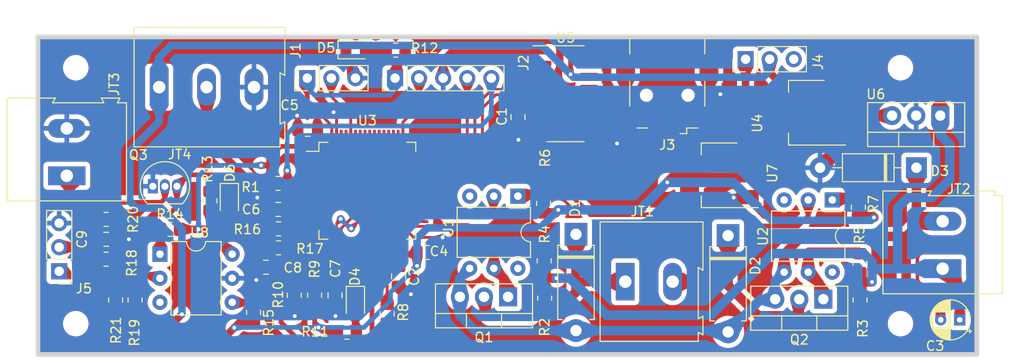
<source format=kicad_pcb>
(kicad_pcb (version 20221018) (generator pcbnew)
  (title_block (title "Custom Engine Control") (date "2023-09-27") (rev "v2") (company "Politeknik "))
  (layers (0 "F.Cu" signal) (31 "B.Cu" signal) (34 "B.Paste" user) (35 "F.Paste" user) (36 "B.SilkS" user "B.Silkscreen") (37 "F.SilkS" user "F.Silkscreen") (38 "B.Mask" user) (39 "F.Mask" user) (44 "Edge.Cuts" user))
  (net 0 "")
  (net 1 "Net-(U5-V3)")
  (net 2 "GND")
  (net 3 "VCAP")
  (net 4 "+12V")
  (net 5 "GNDPWR")
  (net 6 "+3V3")
  (net 7 "IN_TPS")
  (net 8 "Net-(Q3-B)")
  (net 9 "PORT_INJ")
  (net 10 "PORT_IGN")
  (net 11 "LED_CKP")
  (net 12 "Net-(D4-A)")
  (net 13 "Net-(D5-A)")
  (net 14 "Net-(D6-K)")
  (net 15 "Net-(D6-A)")
  (net 16 "BOOT0")
  (net 17 "SWCLK")
  (net 18 "SWDIO")
  (net 19 "NRST")
  (net 20 "VBUS")
  (net 21 "Net-(J3-D-)")
  (net 22 "Net-(J3-D+)")
  (net 24 "+5V")
  (net 26 "Net-(J5-Pin_1)")
  (net 27 "PULSER")
  (net 28 "Net-(JT4-Pin_2)")
  (net 29 "Net-(Q1-G)")
  (net 30 "Net-(Q2-G)")
  (net 31 "Net-(R6-Pad2)")
  (net 32 "Net-(R7-Pad2)")
  (net 33 "BOOT1")
  (net 34 "QFN_VDD")
  (net 35 "QFN_VSS")
  (net 36 "Net-(R14-Pad2)")
  (net 37 "IN_CKP")
  (net 38 "OUT_INJ")
  (net 41 "OUT_IGN")
  (net 70 "TXD")
  (net 71 "RXD")
  (footprint "Package_TO_SOT_THT:TO-220-3_Vertical" (layer "F.Cu") (at 172.2 86.05 180)
    (fp_text reference "U6")
    (fp_text value "L7805")
  )
  (footprint "MountingHole:MountingHole_2.2mm_M2" (layer "F.Cu") (at 168 108)
    (fp_text reference "H4" hide)
    (fp_text value "MountingHole")
  )
  (footprint "Resistor_SMD:R_0805_2012Metric_Pad1.20x1.40mm_HandSolder" (layer "F.Cu") (at 113.85 106.95 -90)
    (fp_text reference "R8")
    (fp_text value "0")
  )
  (footprint "Package_TO_SOT_THT:TO-220-3_Vertical" (layer "F.Cu") (at 126.605 105.17 180)
    (fp_text reference "Q1")
    (fp_text value "IRF540N")
  )
  (footprint "Package_QFP:LQFP-64_10x10mm_P0.5mm" (layer "F.Cu") (at 111.76 93.98)
    (fp_text reference "U3")
    (fp_text value "STM32F051R8Tx")
  )
  (footprint "Resistor_SMD:R_0805_2012Metric_Pad1.20x1.40mm_HandSolder" (layer "F.Cu") (at 163.56 95.72 90)
    (fp_text reference "R7")
    (fp_text value "220")
  )
  (footprint "Resistor_SMD:R_0805_2012Metric_Pad1.20x1.40mm_HandSolder" (layer "F.Cu") (at 106.2 105 -90)
    (fp_text reference "R9")
    (fp_text value "DNP")
  )
  (footprint "TerminalBlock:TerminalBlock_Altech_AK300-2_P5.00mm" (layer "F.Cu") (at 138.965 103.57)
    (fp_text reference "JT1")
    (fp_text value "Conn_01x02_Pin")
  )
  (footprint "Capacitor_SMD:C_0805_2012Metric_Pad1.18x1.45mm_HandSolder" (layer "F.Cu") (at 118.0375 100.5)
    (fp_text reference "C4")
    (fp_text value "100nF")
  )
  (footprint "Capacitor_SMD:C_0805_2012Metric_Pad1.18x1.45mm_HandSolder" (layer "F.Cu") (at 105.4625 87.5 180)
    (fp_text reference "C5")
    (fp_text value "100nF")
  )
  (footprint "Connector_PinHeader_2.54mm:PinHeader_1x05_P2.54mm_Vertical" (layer "F.Cu") (at 114.68 82.1 90)
    (fp_text reference "J2")
    (fp_text value "Conn_01x05_Pin")
  )
  (footprint "TerminalBlock:TerminalBlock_Altech_AK300-2_P5.00mm" (layer "F.Cu") (at 80.05 92.4 90)
    (fp_text reference "JT3")
    (fp_text value "Conn_01x02_Pin")
  )
  (footprint "Package_TO_SOT_THT:TO-92_Inline" (layer "F.Cu") (at 89.13 93.51)
    (fp_text reference "Q3")
    (fp_text value "2N3904")
  )
  (footprint "Package_TO_SOT_SMD:SOT-223-3_TabPin2" (layer "F.Cu") (at 158.1 85.75 180)
    (fp_text reference "U4")
    (fp_text value "AMS1117-5.0")
  )
  (footprint "LED_SMD:LED_0805_2012Metric_Pad1.15x1.40mm_HandSolder" (layer "F.Cu") (at 110.525 79.1)
    (fp_text reference "D5")
    (fp_text value "RED")
  )
  (footprint "TerminalBlock:TerminalBlock_Altech_AK300-2_P5.00mm" (layer "F.Cu") (at 172.45 102.2 90)
    (fp_text reference "JT2")
    (fp_text value "Conn_01x02_Pin")
  )
  (footprint "Package_SO:SOIC-16_3.9x9.9mm_P1.27mm" (layer "F.Cu") (at 132.675 83.745)
    (fp_text reference "U5")
    (fp_text value "CH340C")
  )
  (footprint "Capacitor_SMD:C_0805_2012Metric_Pad1.18x1.45mm_HandSolder" (layer "F.Cu") (at 115.05 103.0125 -90)
    (fp_text reference "C2")
    (fp_text value "4u7")
  )
  (footprint "Connector_PinHeader_2.54mm:PinHeader_1x03_P2.54mm_Vertical" (layer "F.Cu") (at 79.25 102.475 180)
    (fp_text reference "J5")
    (fp_text value "Conn_01x03_Pin")
  )
  (footprint "Diode_THT:D_DO-41_SOD81_P10.16mm_Horizontal" (layer "F.Cu") (at 169.68 91.55 180)
    (fp_text reference "D3")
    (fp_text value "1N4007")
  )
  (footprint "Connector_PinHeader_2.54mm:PinHeader_1x03_P2.54mm_Vertical" (layer "F.Cu") (at 151.66 80.1 90)
    (fp_text reference "J4")
    (fp_text value "Conn_01x03_Pin")
  )
  (footprint "Capacitor_SMD:C_0805_2012Metric_Pad1.18x1.45mm_HandSolder" (layer "F.Cu") (at 101.0625 102.05)
    (fp_text reference "C8")
    (fp_text value "100nF")
  )
  (footprint "Capacitor_THT:CP_Radial_D4.0mm_P2.00mm" (layer "F.Cu") (at 174.25 107.6 180)
    (fp_text reference "C3")
    (fp_text value "100uF")
  )
  (footprint "Diode_THT:D_DO-15_P10.16mm_Horizontal" (layer "F.Cu") (at 133.765 98.57 -90)
    (fp_text reference "D1")
    (fp_text value "D")
  )
  (footprint "Capacitor_SMD:C_0805_2012Metric_Pad1.18x1.45mm_HandSolder" (layer "F.Cu") (at 84.2125 99.1 180)
    (fp_text reference "C9")
    (fp_text value "100nF")
  )
  (footprint "Resistor_SMD:R_0805_2012Metric_Pad1.20x1.40mm_HandSolder" (layer "F.Cu") (at 130.35 95.32 90)
    (fp_text reference "R6")
    (fp_text value "220")
  )
  (footprint "Connector_PinHeader_2.54mm:PinHeader_1x03_P2.54mm_Vertical" (layer "F.Cu") (at 105.42 82.1 90)
    (fp_text reference "J1")
    (fp_text value "Conn_01x03_Pin")
  )
  (footprint "Resistor_SMD:R_0805_2012Metric_Pad1.20x1.40mm_HandSolder" (layer "F.Cu") (at 102.4 98)
    (fp_text reference "R16")
    (fp_text value "1k")
  )
  (footprint "Resistor_SMD:R_0805_2012Metric_Pad1.20x1.40mm_HandSolder" (layer "F.Cu") (at 163.735 105.52 -90)
    (fp_text reference "R3")
    (fp_text value "10K")
  )
  (footprint "Package_DIP:DIP-6_W7.62mm" (layer "F.Cu") (at 89.88 100.67)
    (fp_text reference "U8")
    (fp_text value "H11L1")
  )
  (footprint "Connector_USB:USB_Mini-B_Wuerth_65100516121_Horizontal" (layer "F.Cu") (at 143.4 83.9 180)
    (fp_text reference "J3")
    (fp_text value "USB_B_Mini")
  )
  (footprint "Resistor_SMD:R_0805_2012Metric_Pad1.20x1.40mm_HandSolder" (layer "F.Cu") (at 130.415 101.37 90)
    (fp_text reference "R4")
    (fp_text value "10K")
  )
  (footprint "Resistor_SMD:R_0805_2012Metric_Pad1.20x1.40mm_HandSolder" (layer "F.Cu") (at 84.2 97)
    (fp_text reference "R20")
    (fp_text value "10k")
  )
  (footprint "Resistor_SMD:R_0805_2012Metric_Pad1.20x1.40mm_HandSolder" (layer "F.Cu") (at 130.465 105.32 -90)
    (fp_text reference "R2")
    (fp_text value "10K")
  )
  (footprint "Resistor_SMD:R_0805_2012Metric_Pad1.20x1.40mm_HandSolder" (layer "F.Cu") (at 95.15 95.05 90)
    (fp_text reference "R13")
    (fp_text value "330")
  )
  (footprint "TerminalBlock:TerminalBlock_Altech_AK300-3_P5.00mm" (layer "F.Cu") (at 89.8 83.05)
    (fp_text reference "JT4")
    (fp_text value "Conn_01x03_Pin")
  )
  (footprint "Resistor_SMD:R_0805_2012Metric_Pad1.20x1.40mm_HandSolder" (layer "F.Cu") (at 84.2 101.2 180)
    (fp_text reference "R18")
    (fp_text value "1k")
  )
  (footprint "MountingHole:MountingHole_2.2mm_M2" (layer "F.Cu") (at 81 81)
    (fp_text reference "H2" hide)
    (fp_text value "MountingHole")
  )
  (footprint "Resistor_SMD:R_0805_2012Metric_Pad1.20x1.40mm_HandSolder" (layer "F.Cu") (at 99.75 106.81 90)
    (fp_text reference "R15")
    (fp_text value "10K")
  )
  (footprint "Resistor_SMD:R_0805_2012Metric_Pad1.20x1.40mm_HandSolder" (layer "F.Cu") (at 87.25 105.5 -90)
    (fp_text reference "R19")
    (fp_text value "DNP")
  )
  (footprint "Resistor_SMD:R_0805_2012Metric_Pad1.20x1.40mm_HandSolder" (layer "F.Cu") (at 102.35 93.2 180)
    (fp_text reference "R1")
    (fp_text value "10K")
  )
  (footprint "Resistor_SMD:R_0805_2012Metric_Pad1.20x1.40mm_HandSolder" (layer "F.Cu") (at 163.735 101.62 90)
    (fp_text reference "R5")
    (fp_text value "10K")
  )
  (footprint "Package_TO_SOT_SMD:SOT-223-3_TabPin2" (layer "F.Cu") (at 148.9 92.35 180)
    (fp_text reference "U7")
    (fp_text value "AMS1117-3.3")
  )
  (footprint "Resistor_SMD:R_0805_2012Metric_Pad1.20x1.40mm_HandSolder" (layer "F.Cu") (at 102.4 100)
    (fp_text reference "R17")
    (fp_text value "1k")
  )
  (footprint "Capacitor_SMD:C_0805_2012Metric_Pad1.18x1.45mm_HandSolder" (layer "F.Cu") (at 108.35 105.0125 -90)
    (fp_text reference "C7")
    (fp_text value "100nF")
  )
  (footprint "Capacitor_SMD:C_0805_2012Metric_Pad1.18x1.45mm_HandSolder" (layer "F.Cu") (at 102.3625 95.95 180)
    (fp_text reference "C6")
    (fp_text value "100nF")
  )
  (footprint "Resistor_SMD:R_0805_2012Metric_Pad1.20x1.40mm_HandSolder" (layer "F.Cu") (at 104.05 105 -90)
    (fp_text reference "R10")
    (fp_text value "DNP")
  )
  (footprint "Resistor_SMD:R_0805_2012Metric_Pad1.20x1.40mm_HandSolder" (layer "F.Cu") (at 90.95 98.05 180)
    (fp_text reference "R14")
    (fp_text value "330")
  )
  (footprint "Diode_THT:D_DO-15_P10.16mm_Horizontal" (layer "F.Cu") (at 149.815 98.71 -90)
    (fp_text reference "D2")
    (fp_text value "D")
  )
  (footprint "LED_SMD:LED_0805_2012Metric_Pad1.15x1.40mm_HandSolder" (layer "F.Cu") (at 110.5 105.925 -90)
    (fp_text reference "D4")
    (fp_text value "BLUE")
  )
  (footprint "MountingHole:MountingHole_2.2mm_M2" (layer "F.Cu") (at 168 81)
    (fp_text reference "H3" hide)
    (fp_text value "MountingHole")
  )
  (footprint "LED_SMD:LED_0805_2012Metric_Pad1.15x1.40mm_HandSolder" (layer "F.Cu") (at 97.2 95.075 -90)
    (fp_text reference "D6")
    (fp_text value "GREEN")
  )
  (footprint "Package_DIP:DIP-6_W7.62mm" (layer "F.Cu") (at 160.81 94.95 -90)
    (fp_text reference "U2")
    (fp_text value "4N35")
  )
  (footprint "Resistor_SMD:R_0805_2012Metric_Pad1.20x1.40mm_HandSolder" (layer "F.Cu") (at 114.75 79.15)
    (fp_text reference "R12")
    (fp_text value "330")
  )
  (footprint "Resistor_SMD:R_0805_2012Metric_Pad1.20x1.40mm_HandSolder" (layer "F.Cu") (at 85.2 105.5 -90)
    (fp_text reference "R21")
    (fp_text value "0")
  )
  (footprint "Package_DIP:DIP-6_W7.62mm" (layer "F.Cu") (at 127.64 94.55 -90)
    (fp_text reference "U1")
    (fp_text value "4N35")
  )
  (footprint "Package_TO_SOT_THT:TO-220-3_Vertical" (layer "F.Cu") (at 159.865 105.42 180)
    (fp_text reference "Q2")
    (fp_text value "IRF540N")
  )
  (footprint "Resistor_SMD:R_0805_2012Metric_Pad1.20x1.40mm_HandSolder" (layer "F.Cu") (at 109.6 108.9 180)
    (fp_text reference "R11")
    (fp_text value "330")
  )
  (footprint "Capacitor_SMD:C_0805_2012Metric_Pad1.18x1.45mm_HandSolder" (layer "F.Cu") (at 127.65 86.2125 -90)
    (fp_text reference "C1")
    (fp_text value "100nF")
  )
  (footprint "MountingHole:MountingHole_2.2mm_M2" (layer "F.Cu") (at 81 108)
    (fp_text reference "H1" hide)
    (fp_text value "MountingHole")
  )
  (gr_rect (start 77 77.75) (end 176.05 111.25) (stroke (width 0.5)) (fill none) (layer "Edge.Cuts"))
  (segment (start 128.59 83.11) (end 127.65 84.05) (width 0.5) (layer "F.Cu") (net 1))
  (segment (start 127.65 84.05) (end 127.65 85.175) (width 0.5) (layer "F.Cu") (net 1))
  (segment (start 130.2 83.11) (end 128.59 83.11) (width 0.5) (layer "F.Cu") (net 1))
  (segment (start 139.8 89.8) (end 139 89) (width 0.5) (layer "F.Cu") (net 2))
  (segment (start 108.51 86.01) (end 108.2 85.7) (width 0.3) (layer "F.Cu") (net 2))
  (segment (start 114.75 107.95) (end 113.85 107.95) (width 0.5) (layer "F.Cu") (net 2))
  (segment (start 115.55 107.15) (end 114.75 107.95) (width 0.5) (layer "F.Cu") (net 2))
  (segment (start 119.76 80.04) (end 119.76 82.1) (width 0.5) (layer "F.Cu") (net 2))
  (segment (start 101.325 95.95) (end 101.325 95.875) (width 0.3) (layer "F.Cu") (net 2))
  (segment (start 109.5 79.1) (end 109.5 80.3) (width 0.8) (layer "F.Cu") (net 2))
  (segment (start 110.5 81.3) (end 110.5 82.1) (width 0.8) (layer "F.Cu") (net 2))
  (segment (start 109.5 80.3) (end 110.5 81.3) (width 0.8) (layer "F.Cu") (net 2))
  (segment (start 147.8 83.8) (end 147.8 86.5) (width 1) (layer "F.Cu") (net 2))
  (segment (start 115.01 99.655) (end 115.01 98.778959) (width 0.3) (layer "F.Cu") (net 2))
  (segment (start 100.15 94.7) (end 100.15 94.775) (width 0.5) (layer "F.Cu") (net 2))
  (segment (start 108.51 88.305) (end 108.51 86.66) (width 0.3) (layer "F.Cu") (net 2))
  (segment (start 115.5 104.05) (end 116.35 104.9) (width 0.5) (layer "F.Cu") (net 2))
  (segment (start 118.45 98.9) (end 119.7 98.9) (width 0.3) (layer "F.Cu") (net 2))
  (segment (start 85.25 99.1) (end 86.6 99.1) (width 0.5) (layer "F.Cu") (net 2))
  (segment (start 139 81) (end 139 86.5) (width 1) (layer "F.Cu") (net 2))
  (segment (start 104.425 87.5) (end 104.425 86.125) (width 0.3) (layer "F.Cu") (net 2))
  (segment (start 139 89) (end 139 88.7) (width 0.5) (layer "F.Cu") (net 2))
  (segment (start 108.35 107.15) (end 108.4 107.2) (width 0.5) (layer "F.Cu") (net 2))
  (segment (start 127.65 88.55) (end 127.7 88.6) (width 0.5) (layer "F.Cu") (net 2))
  (segment (start 161.25 88.05) (end 161.25 89.82) (width 1) (layer "F.Cu") (net 2))
  (segment (start 119.075 99.525) (end 119.075 100.5) (width 0.3) (layer "F.Cu") (net 2))
  (segment (start 118.45 98.9) (end 119.075 99.525) (width 0.3) (layer "F.Cu") (net 2))
  (segment (start 130.2 79.3) (end 120.5 79.3) (width 0.5) (layer "F.Cu") (net 2))
  (segment (start 115.05 104.05) (end 115.5 104.05) (width 0.5) (layer "F.Cu") (net 2))
  (segment (start 85.2 99.05) (end 85.25 99.1) (width 0.5) (layer "F.Cu") (net 2))
  (segment (start 100.025 103.375) (end 100.05 103.4) (width 0.5) (layer "F.Cu") (net 2))
  (segment (start 100.025 102.05) (end 100.025 103.375) (width 0.5) (layer "F.Cu") (net 2))
  (segment (start 139 88.7) (end 139 86.5) (width 0.5) (layer "F.Cu") (net 2))
  (segment (start 108.35 106.05) (end 108.35 107.15) (width 0.5) (layer "F.Cu") (net 2))
  (segment (start 115.288959 98.5) (end 116.25 98.5) (width 0.3) (layer "F.Cu") (net 2))
  (segment (start 100.025 102.05) (end 100.025 101.375) (width 0.5) (layer "F.Cu") (net 2))
  (segment (start 116.25 98.5) (end 116.65 98.9) (width 0.3) (layer "F.Cu") (net 2))
  (segment (start 141.8 86.5) (end 141.8 88.9) (width 0.5) (layer "F.Cu") (net 2))
  (segment (start 140.9 89.8) (end 139.8 89.8) (width 0.5) (layer "F.Cu") (net 2))
  (segment (start 127.65 87.25) (end 127.65 88.55) (width 0.5) (layer "F.Cu") (net 2))
  (segment (start 139 88.7) (end 138.4 88.7) (width 0.5) (layer "F.Cu") (net 2))
  (segment (start 108.51 88.305) (end 108.51 94.74) (width 0.3) (layer "F.Cu") (net 2))
  (segment (start 116.65 98.9) (end 118.45 98.9) (width 0.3) (layer "F.Cu") (net 2))
  (segment (start 115.55 104.55) (end 115.55 107.15) (width 0.5) (layer "F.Cu") (net 2))
  (segment (start 104.425 86.125) (end 104.35 86.05) (width 0.3) (layer "F.Cu") (net 2))
  (segment (start 138.4 88.7) (end 138.1 89) (width 0.5) (layer "F.Cu") (net 2))
  (segment (start 100.025 101.375) (end 101.4 100) (width 0.5) (layer "F.Cu") (net 2))
  (segment (start 108.51 94.74) (end 107.52 95.73) (width 0.3) (layer "F.Cu") (net 2))
  (segment (start 141.8 88.9) (end 140.9 89.8) (width 0.5) (layer "F.Cu") (net 2))
  (segment (start 150.45 94.65) (end 150.4 94.7) (width 0.5) (layer "F.Cu") (net 2))
  (segment (start 147.8 83.8) (end 149 83.8) (width 0.8) (layer "F.Cu") (net 2))
  (segment (start 115.01 98.778959) (end 115.288959 98.5) (width 0.3) (layer "F.Cu") (net 2))
  (segment (start 104.05 106) (end 104.05 107.15) (width 0.5) (layer "F.Cu") (net 2))
  (segment (start 107.52 95.73) (end 106.085 95.73) (width 0.3) (layer "F.Cu") (net 2))
  (segment (start 152.05 94.65) (end 150.45 94.65) (width 0.5) (layer "F.Cu") (net 2))
  (segment (start 104.05 107.15) (end 104.1 107.2) (width 0.5) (layer "F.Cu") (net 2))
  (segment (start 147.8 81) (end 147.8 83.8) (width 1) (layer "F.Cu") (net 2))
  (segment (start 120.5 79.3) (end 119.76 80.04) (width 0.5) (layer "F.Cu") (net 2))
  (segment (start 85.2 97) (end 85.2 99.05) (width 0.5) (layer "F.Cu") (net 2))
  (segment (start 161.25 89.82) (end 159.52 91.55) (width 1) (layer "F.Cu") (net 2))
  (segment (start 115.05 104.05) (end 115.55 104.55) (width 0.5) (layer "F.Cu") (net 2))
  (segment (start 108.51 86.66) (end 108.51 86.01) (width 0.3) (layer "F.Cu") (net 2))
  (segment (start 100.15 94.775) (end 101.325 95.95) (width 0.5) (layer "F.Cu") (net 2))
  (via (at 119.7 98.9) (size 0.8) (drill 0.4) (layers "F.Cu" "B.Cu") (net 2))
  (via (at 127.7 88.6) (size 0.8) (drill 0.4) (layers "F.Cu" "B.Cu") (net 2))
  (via (at 138.1 89) (size 0.8) (drill 0.4) (layers "F.Cu" "B.Cu") (net 2))
  (via (at 149 83.8) (size 0.8) (drill 0.4) (layers "F.Cu" "B.Cu") (net 2))
  (via (at 104.35 86.05) (size 0.8) (drill 0.4) (layers "F.Cu" "B.Cu") (net 2))
  (via (at 100.05 103.4) (size 0.8) (drill 0.4) (layers "F.Cu" "B.Cu") (net 2))
  (via (at 100.15 94.7) (size 0.8) (drill 0.4) (layers "F.Cu" "B.Cu") (net 2))
  (via (at 116.35 104.9) (size 0.8) (drill 0.4) (layers "F.Cu" "B.Cu") (net 2))
  (via (at 150.4 94.7) (size 0.8) (drill 0.4) (layers "F.Cu" "B.Cu") (net 2))
  (via (at 108.2 85.7) (size 0.8) (drill 0.4) (layers "F.Cu" "B.Cu") (net 2))
  (via (at 104.1 107.2) (size 0.8) (drill 0.4) (layers "F.Cu" "B.Cu") (net 2))
  (via (at 108.4 107.2) (size 0.8) (drill 0.4) (layers "F.Cu" "B.Cu") (net 2))
  (via (at 86.6 99.1) (size 0.8) (drill 0.4) (layers "F.Cu" "B.Cu") (net 2))
  (segment (start 114.51 101.435) (end 115.05 101.975) (width 0.3) (layer "F.Cu") (net 3))
  (segment (start 114.51 99.655) (end 114.51 101.435) (width 0.3) (layer "F.Cu") (net 3))
  (segment (start 130.415 103.2) (end 131.7 103.2) (width 1) (layer "F.Cu") (net 4))
  (segment (start 163.735 103.6) (end 163.735 104.52) (width 1) (layer "F.Cu") (net 4))
  (segment (start 130.415 104.27) (end 130.465 104.32) (width 1) (layer "F.Cu") (net 4))
  (segment (start 171.7 83.9) (end 172.2 84.4) (width 1) (layer "F.Cu") (net 4))
  (segment (start 172.2 84.4) (end 172.2 86.05) (width 1) (layer "F.Cu") (net 4))
  (segment (start 174.25 107.6) (end 174.25 104) (width 1) (layer "F.Cu") (net 4))
  (segment (start 161.25 83.45) (end 164.25 83.45) (width 1) (layer "F.Cu") (net 4))
  (segment (start 164.7 83.9) (end 171.7 83.9) (width 1) (layer "F.Cu") (net 4))
  (segment (start 164.25 83.45) (end 164.7 83.9) (width 1) (layer "F.Cu") (net 4))
  (segment (start 163.735 103.6) (end 165 103.6) (width 1) (layer "F.Cu") (net 4))
  (segment (start 130.415 103.2) (end 130.415 104.27) (width 1) (layer "F.Cu") (net 4))
  (segment (start 130.415 102.37) (end 130.415 103.2) (width 1) (layer "F.Cu") (net 4))
  (segment (start 174.25 104) (end 172.45 102.2) (width 1) (layer "F.Cu") (net 4))
  (segment (start 163.735 102.62) (end 163.735 103.6) (width 1) (layer "F.Cu") (net 4))
  (via (at 131.7 103.2) (size 0.8) (drill 0.4) (layers "F.Cu" "B.Cu") (net 4))
  (via (at 165 103.6) (size 0.8) (drill 0.4) (layers "F.Cu" "B.Cu") (net 4))
  (segment (start 137 107.1) (end 148 107.1) (width 1) (layer "B.Cu") (net 4))
  (segment (start 164.1 100.6) (end 165 101.5) (width 1) (layer "B.Cu") (net 4))
  (segment (start 148 107.1) (end 154.5 100.6) (width 1) (layer "B.Cu") (net 4))
  (segment (start 167.7 95.8) (end 167.7 102.2) (width 1) (layer "B.Cu") (net 4))
  (segment (start 165 102.3) (end 165 103.6) (width 1) (layer "B.Cu") (net 4))
  (segment (start 171.3 94.7) (end 168.8 94.7) (width 1) (layer "B.Cu") (net 4))
  (segment (start 173.2 92.8) (end 171.3 94.7) (width 1) (layer "B.Cu") (net 4))
  (segment (start 131.7 103.2) (end 133.1 103.2) (width 1) (layer "B.Cu") (net 4))
  (segment (start 172.2 88.1) (end 173.2 89.1) (width 1) (layer "B.Cu") (net 4))
  (segment (start 133.1 103.2) (end 137 107.1) (width 1) (layer "B.Cu") (net 4))
  (segment (start 172.45 102.2) (end 167.7 102.2) (width 1) (layer "B.Cu") (net 4))
  (segment (start 165.1 102.2) (end 165 102.3) (width 1) (layer "B.Cu") (net 4))
  (segment (start 168.8 94.7) (end 167.7 95.8) (width 1) (layer "B.Cu") (net 4))
  (segment (start 173.2 89.1) (end 173.2 92.8) (width 1) (layer "B.Cu") (net 4))
  (segment (start 167.7 102.2) (end 165.1 102.2) (width 1) (layer "B.Cu") (net 4))
  (segment (start 172.2 86.05) (end 172.2 88.1) (width 1) (layer "B.Cu") (net 4))
  (segment (start 165 101.5) (end 165 102.3) (width 1) (layer "B.Cu") (net 4))
  (segment (start 154.5 100.6) (end 164.1 100.6) (width 1) (layer "B.Cu") (net 4))
  (segment (start 169.5 104.9) (end 168.6 104) (width 1) (layer "F.Cu") (net 5))
  (segment (start 168.6 104) (end 168.6 98.8) (width 1) (layer "F.Cu") (net 5))
  (segment (start 155.73 102.57) (end 155.73 100.67) (width 1) (layer "F.Cu") (net 5))
  (segment (start 172.25 107.6) (end 172.25 106.65) (width 1) (layer "F.Cu") (net 5))
  (segment (start 155.73 100.67) (end 157.6 98.8) (width 1) (layer "F.Cu") (net 5))
  (segment (start 170.2 97.2) (end 172.45 97.2) (width 1) (layer "F.Cu") (net 5))
  (segment (start 172.25 106.65) (end 170.5 104.9) (width 1) (layer "F.Cu") (net 5))
  (segment (start 168.6 98.8) (end 170.2 97.2) (width 1) (layer "F.Cu") (net 5))
  (segment (start 157.6 98.8) (end 168.6 98.8) (width 1) (layer "F.Cu") (net 5))
  (segment (start 170.4 97.2) (end 172.45 97.2) (width 1) (layer "F.Cu") (net 5))
  (segment (start 169.68 96.48) (end 170.4 97.2) (width 1) (layer "F.Cu") (net 5))
  (segment (start 170.5 104.9) (end 169.5 104.9) (width 1) (layer "F.Cu") (net 5))
  (segment (start 169.68 91.55) (end 169.68 96.48) (width 1) (layer "F.Cu") (net 5))
  (segment (start 121.525 105.17) (end 121.525 103.205) (width 1) (layer "B.Cu") (net 5))
  (segment (start 154.785 105.42) (end 153.265 105.42) (width 1) (layer "B.Cu") (net 5))
  (segment (start 149.675 108.73) (end 149.815 108.87) (width 1) (layer "B.Cu") (net 5))
  (segment (start 121.525 105.17) (end 121.525 107.13) (width 1) (layer "B.Cu") (net 5))
  (segment (start 153.265 105.42) (end 149.815 108.87) (width 1) (layer "B.Cu") (net 5))
  (segment (start 121.525 103.205) (end 122.56 102.17) (width 1) (layer "B.Cu") (net 5))
  (segment (start 123.125 108.73) (end 133.765 108.73) (width 1) (layer "B.Cu") (net 5))
  (segment (start 133.765 108.73) (end 149.675 108.73) (width 1) (layer "B.Cu") (net 5))
  (segment (start 154.785 105.42) (end 154.785 103.515) (width 1) (layer "B.Cu") (net 5))
  (segment (start 121.525 107.13) (end 123.125 108.73) (width 1) (layer "B.Cu") (net 5))
  (segment (start 154.785 103.515) (end 155.73 102.57) (width 1) (layer "B.Cu") (net 5))
  (segment (start 105.8 89.3) (end 106.5 88.6) (width 0.5) (layer "F.Cu") (net 6))
  (segment (start 85.2 108.8) (end 86.05 109.65) (width 0.8) (layer "F.Cu") (net 6))
  (segment (start 95.15 98.32) (end 97.5 100.67) (width 0.8) (layer "F.Cu") (net 6))
  (segment (start 163.56 96.72) (end 165.12 96.72) (width 1) (layer "F.Cu") (net 6))
  (segment (start 115.85 100.75) (end 116.75 100.75) (width 0.3) (layer "F.Cu") (net 6))
  (segment (start 107.57 90.23) (end 108 89.8) (width 0.3) (layer "F.Cu") (net 6))
  (segment (start 95.15 96.05) (end 95.15 98.32) (width 0.8) (layer "F.Cu") (net 6))
  (segment (start 106.085 96.23) (end 103.68 96.23) (width 0.3) (layer "F.Cu") (net 6))
  (segment (start 116.75 100.75) (end 117 100.5) (width 0.3) (layer "F.Cu") (net 6))
  (segment (start 106.085 90.23) (end 107.57 90.23) (width 0.3) (layer "F.Cu") (net 6))
  (segment (start 152.5 92.5) (end 146.2 92.5) (width 0.8) (layer "F.Cu") (net 6))
  (segment (start 101.35 91.3) (end 100.55 91.3) (width 0.5) (layer "F.Cu") (net 6))
  (segment (start 91.95 98.05) (end 93.95 98.05) (width 0.8) (layer "F.Cu") (net 6))
  (segment (start 115.51 99.655) (end 115.51 100.41) (width 0.3) (layer "F.Cu") (net 6))
  (segment (start 130.35 96.32) (end 131.58 96.32) (width 1) (layer "F.Cu") (net 6))
  (segment (start 117 100.5) (end 117 101.9) (width 0.8) (layer "F.Cu") (net 6))
  (segment (start 101.35 91.3) (end 101.35 90.55) (width 0.5) (layer "F.Cu") (net 6))
  (segment (start 101.35 93.2) (end 101.35 91.3) (width 0.5) (layer "F.Cu") (net 6))
  (segment (start 105.42 82.1) (end 105.42 84.52) (width 0.5) (layer "F.Cu") (net 6))
  (segment (start 131.58 96.32) (end 131.9 96) (width 1) (layer "F.Cu") (net 6))
  (segment (start 106.2 108) (end 106.6 108.4) (width 0.5) (layer "F.Cu") (net 6))
  (segment (start 106.2 106) (end 106.325 106) (width 0.5) (layer "F.Cu") (net 6))
  (segment (start 108.01 88.305) (end 108.01 87.11) (width 0.3) (layer "F.Cu") (net 6))
  (segment (start 106.5 88.6) (end 106.5 87.5) (width 0.5) (layer "F.Cu") (net 6))
  (segment (start 108 88.315) (end 108.01 88.305) (width 0.3) (layer "F.Cu") (net 6))
  (segment (start 108.01 87.11) (end 106.15 85.25) (width 0.3) (layer "F.Cu") (net 6))
  (segment (start 108 89.8) (end 108 88.315) (width 0.3) (layer "F.Cu") (net 6))
  (segment (start 93.95 98.05) (end 94.88 98.05) (width 0.8) (layer "F.Cu") (net 6))
  (segment (start 106.15 85.25) (end 106.45 85.55) (width 0.5) (layer "F.Cu") (net 6))
  (segment (start 106.45 85.55) (end 106.45 87.45) (width 0.5) (layer "F.Cu") (net 6))
  (segment (start 94.85 109.65) (end 96.5 109.65) (width 0.8) (layer "F.Cu") (net 6))
  (segment (start 115.75 79.95) (end 114.68 81.02) (width 0.8) (layer "F.Cu") (net 6))
  (segment (start 106.6 108.4) (end 107 108.8) (width 0.5) (layer "F.Cu") (net 6))
  (segment (start 86.05 109.65) (end 94.85 109.65) (width 0.8) (layer "F.Cu") (net 6))
  (segment (start 106.45 87.45) (end 106.5 87.5) (width 0.5) (layer "F.Cu") (net 6))
  (segment (start 103.68 96.23) (end 103.4 95.95) (width 0.3) (layer "F.Cu") (net 6))
  (segment (start 115.75 79.15) (end 115.75 79.95) (width 0.8) (layer "F.Cu") (net 6))
  (segment (start 165.12 96.72) (end 165.2 96.8) (width 1) (layer "F.Cu") (net 6))
  (segment (start 94.88 98.05) (end 95.15 98.32) (width 0.8) (layer "F.Cu") (net 6))
  (segment (start 101.35 93.9) (end 103.4 95.95) (width 0.5) (layer "F.Cu") (net 6))
  (segment (start 107 108.8) (end 108.5 108.8) (width 0.5) (layer "F.Cu") (net 6))
  (segment (start 105.42 84.52) (end 106.15 85.25) (width 0.5) (layer "F.Cu") (net 6))
  (segment (start 94.88 109.62) (end 94.85 109.65) (width 0.8) (layer "F.Cu") (net 6))
  (segment (start 106.2 106) (end 106.2 108) (width 0.5) (layer "F.Cu") (net 6))
  (segment (start 108.5 108.8) (end 108.6 108.9) (width 0.5) (layer "F.Cu") (net 6))
  (segment (start 114.68 81.02) (end 114.68 82.1) (width 0.8) (layer "F.Cu") (net 6))
  (segment (start 96.5 109.65) (end 97.725 108.425) (width 0.8) (layer "F.Cu") (net 6))
  (segment (start 115.51 100.41) (end 115.85 100.75) (width 0.3) (layer "F.Cu") (net 6))
  (segment (start 101.35 90.55) (end 102.6 89.3) (width 0.5) (layer "F.Cu") (net 6))
  (segment (start 97.725 108.425) (end 98.34 107.81) (width 0.8) (layer "F.Cu") (net 6))
  (segment (start 85.2 106.5) (end 85.2 108.8) (width 0.8) (layer "F.Cu") (net 6))
  (segment (start 101.35 93.2) (end 101.35 93.9) (width 0.5) (layer "F.Cu") (net 6))
  (segment (start 144.15 92.35) (end 143.4 93.1) (width 1) (layer "F.Cu") (net 6))
  (segment (start 145.75 92.35) (end 144.15 92.35) (width 1) (layer "F.Cu") (net 6))
  (segment (start 102.6 89.3) (end 105.8 89.3) (width 0.5) (layer "F.Cu") (net 6))
  (segment (start 106.325 106) (end 108.35 103.975) (width 0.5) (layer "F.Cu") (net 6))
  (segment (start 98.34 107.81) (end 99.75 107.81) (width 0.8) (layer "F.Cu") (net 6))
  (segment (start 94.88 98.05) (end 94.88 109.62) (width 0.8) (layer "F.Cu") (net 6))
  (via (at 143.4 93.1) (size 0.8) (drill 0.4) (layers "F.Cu" "B.Cu") (net 6))
  (via (at 106.6 108.4) (size 0.8) (drill 0.4) (layers "F.Cu" "B.Cu") (net 6))
  (via (at 93.95 98.05) (size 0.8) (drill 0.4) (layers "F.Cu" "B.Cu") (net 6))
  (via (at 97.725 108.425) (size 0.8) (drill 0.4) (layers "F.Cu" "B.Cu") (net 6))
  (via (at 117 101.9) (size 0.8) (drill 0.4) (layers "F.Cu" "B.Cu") (net 6))
  (via (at 131.9 96) (size 0.8) (drill 0.4) (layers "F.Cu" "B.Cu") (net 6))
  (via (at 165.2 96.8) (size 0.8) (drill 0.4) (layers "F.Cu" "B.Cu") (net 6))
  (via (at 100.55 91.3) (size 0.8) (drill 0.4) (layers "F.Cu" "B.Cu") (net 6))
  (segment (start 117 99) (end 118.1 97.9) (width 0.8) (layer "B.Cu") (net 6))
  (segment (start 154.4 97.1) (end 152.9 95.6) (width 0.8) (layer "B.Cu") (net 6))
  (segment (start 106.6 108.4) (end 111.4 108.4) (width 0.5) (layer "B.Cu") (net 6))
  (segment (start 114.68 82.1) (end 114.68 83.32) (width 0.5) (layer "B.Cu") (net 6))
  (segment (start 143.4 93.1) (end 150.355635 93.1) (width 1) (layer "B.Cu") (net 6))
  (segment (start 106.6 108.4) (end 97.75 108.4) (width 0.5) (layer "B.Cu") (net 6))
  (segment (start 100.55 91.3) (end 95.1 91.3) (width 0.5) (layer "B.Cu") (net 6))
  (segment (start 150.355635 93.1) (end 152.855635 95.6) (width 1) (layer "B.Cu") (net 6))
  (segment (start 165.2 96.8) (end 164.9 97.1) (width 0.8) (layer "B.Cu") (net 6))
  (segment (start 93.95 92.45) (end 93.95 98.05) (width 0.5) (layer "B.Cu") (net 6))
  (segment (start 114.2 104.7) (end 117 101.9) (width 0.5) (layer "B.Cu") (net 6))
  (segment (start 114.1 83.9) (end 106.2 83.9) (width 0.5) (layer "B.Cu") (net 6))
  (segment (start 164.9 97.1) (end 154.4 97.1) (width 0.8) (layer "B.Cu") (net 6))
  (segment (start 131.9 96) (end 140.5 96) (width 1) (layer "B.Cu") (net 6))
  (segment (start 111.4 108.4) (end 114.2 105.6) (width 0.5) (layer "B.Cu") (net 6))
  (segment (start 106.2 83.9) (end 105.42 83.12) (width 0.5) (layer "B.Cu") (net 6))
  (segment (start 97.75 108.4) (end 97.725 108.425) (width 0.5) (layer "B.Cu") (net 6))
  (segment (start 114.2 105.6) (end 114.2 104.7) (width 0.5) (layer "B.Cu") (net 6))
  (segment (start 114.68 83.32) (end 114.1 83.9) (width 0.5) (layer "B.Cu") (net 6))
  (segment (start 140.5 96) (end 143.4 93.1) (width 1) (layer "B.Cu") (net 6))
  (segment (start 130 97.9) (end 131.9 96) (width 0.8) (layer "B.Cu") (net 6))
  (segment (start 118.1 97.9) (end 130 97.9) (width 0.8) (layer "B.Cu") (net 6))
  (segment (start 117 101.9) (end 117 99) (width 0.8) (layer "B.Cu") (net 6))
  (segment (start 152.855635 95.6) (end 152.9 95.6) (width 1) (layer "B.Cu") (net 6))
  (segment (start 105.42 83.12) (end 105.42 82.1) (width 0.5) (layer "B.Cu") (net 6))
  (segment (start 95.1 91.3) (end 93.95 92.45) (width 0.5) (layer "B.Cu") (net 6))
  (segment (start 106.085 97.23) (end 104.67 97.23) (width 0.3) (layer "F.Cu") (net 7))
  (segment (start 103.9 98) (end 103.4 98) (width 0.3) (layer "F.Cu") (net 7))
  (segment (start 103.4 101.55) (end 102.9 102.05) (width 0.5) (layer "F.Cu") (net 7))
  (segment (start 103.4 100) (end 103.4 101.55) (width 0.5) (layer "F.Cu") (net 7))
  (segment (start 104.67 97.23) (end 103.9 98) (width 0.3) (layer "F.Cu") (net 7))
  (segment (start 103.4 98) (end 103.4 100) (width 0.5) (layer "F.Cu") (net 7))
  (segment (start 102.9 102.05) (end 102.1 102.05) (width 0.5) (layer "F.Cu") (net 7))
  (segment (start 83.2 97) (end 83.2 99.075) (width 0.5) (layer "F.Cu") (net 8))
  (segment (start 83.2 97) (end 83.2 96.35) (width 0.5) (layer "F.Cu") (net 8))
  (segment (start 83.2 99.125) (end 83.175 99.1) (width 0.5) (layer "F.Cu") (net 8))
  (segment (start 83.2 99.075) (end 83.175 99.1) (width 0.5) (layer "F.Cu") (net 8))
  (segment (start 84.35 95.2) (end 90 95.2) (width 0.5) (layer "F.Cu") (net 8))
  (segment (start 90.4 94.8) (end 90.4 93.51) (width 0.5) (layer "F.Cu") (net 8))
  (segment (start 90 95.2) (end 90.4 94.8) (width 0.5) (layer "F.Cu") (net 8))
  (segment (start 83.2 101.2) (end 83.2 99.125) (width 0.5) (layer "F.Cu") (net 8))
  (segment (start 83.2 96.35) (end 84.35 95.2) (width 0.5) (layer "F.Cu") (net 8))
  (segment (start 124.665 107.22) (end 128.915 107.22) (width 1) (layer "F.Cu") (net 9))
  (segment (start 133.765 103.92) (end 133.765 98.57) (width 1) (layer "F.Cu") (net 9))
  (segment (start 138.965 103.57) (end 134.115 103.57) (width 1) (layer "F.Cu") (net 9))
  (segment (start 133.765 104.67) (end 133.765 103.92) (width 1) (layer "F.Cu") (net 9))
  (segment (start 134.115 103.57) (end 133.765 103.92) (width 1) (layer "F.Cu") (net 9))
  (segment (start 129.815 106.32) (end 130.465 106.32) (width 1) (layer "F.Cu") (net 9))
  (segment (start 124.065 105.17) (end 124.065 106.62) (width 1) (layer "F.Cu") (net 9))
  (segment (start 128.915 107.22) (end 129.815 106.32) (width 1) (layer "F.Cu") (net 9))
  (segment (start 132.115 106.32) (end 133.765 104.67) (width 1) (layer "F.Cu") (net 9))
  (segment (start 124.065 106.62) (end 124.665 107.22) (width 1) (layer "F.Cu") (net 9))
  (segment (start 130.465 106.32) (end 132.115 106.32) (width 1) (layer "F.Cu") (net 9))
  (segment (start 157.325 107.325) (end 157.325 105.42) (width 1) (layer "F.Cu") (net 10))
  (segment (start 149.415 103.57) (end 149.815 103.97) (width 1) (layer "F.Cu") (net 10))
  (segment (start 149.815 103.97) (end 153.015 107.17) (width 1) (layer "F.Cu") (net 10))
  (segment (start 157.42 107.42) (end 157.325 107.325) (width 1) (layer "F.Cu") (net 10))
  (segment (start 153.015 107.17) (end 157.17 107.17) (width 1) (layer "F.Cu") (net 10))
  (segment (start 143.965 103.57) (end 149.415 103.57) (width 1) (layer "F.Cu") (net 10))
  (segment (start 162.835 107.42) (end 157.42 107.42) (width 1) (layer "F.Cu") (net 10))
  (segment (start 157.17 107.17) (end 157.325 107.325) (width 1) (layer "F.Cu") (net 10))
  (segment (start 163.735 106.52) (end 162.835 107.42) (width 1) (layer "F.Cu") (net 10))
  (segment (start 149.815 98.71) (end 149.815 103.97) (width 1) (layer "F.Cu") (net 10))
  (segment (start 110.5 103.3) (end 110.5 104.9) (width 0.3) (layer "F.Cu") (net 11))
  (segment (start 110.01 99.655) (end 110.01 102.81) (width 0.3) (layer "F.Cu") (net 11))
  (segment (start 110.01 102.81) (end 110.5 103.3) (width 0.3) (layer "F.Cu") (net 11))
  (segment (start 110.5 106.95) (end 110.5 108.8) (width 0.5) (layer "F.Cu") (net 12))
  (segment (start 110.5 108.8) (end 110.6 108.9) (width 0.5) (layer "F.Cu") (net 12))
  (segment (start 111.55 79.1) (end 113.7 79.1) (width 0.8) (layer "F.Cu") (net 13))
  (segment (start 113.7 79.1) (end 113.75 79.15) (width 0.8) (layer "F.Cu") (net 13))
  (segment (start 96.7 92.3) (end 97.15 92.75) (width 0.5) (layer "F.Cu") (net 14))
  (segment (start 88.05 97.5) (end 88.05 102.35) (width 0.5) (layer "F.Cu") (net 14))
  (segment (start 91.67 93.51) (end 91.67 95.63) (width 0.5) (layer "F.Cu") (net 14))
  (segment (start 97.15 94) (end 97.2 94.05) (width 0.5) (layer "F.Cu") (net 14))
  (segment (start 89.1 96.45) (end 88.05 97.5) (width 0.5) (layer "F.Cu") (net 14))
  (segment (start 88.05 102.35) (end 88.91 103.21) (width 0.5) (layer "F.Cu") (net 14))
  (segment (start 91.67 95.63) (end 90.85 96.45) (width 0.5) (layer "F.Cu") (net 14))
  (segment (start 91.67 93.51) (end 91.67 93.48) (width 0.5) (layer "F.Cu") (net 14))
  (segment (start 88.91 103.21) (end 89.88 103.21) (width 0.5) (layer "F.Cu") (net 14))
  (segment (start 91.67 93.48) (end 92.85 92.3) (width 0.5) (layer "F.Cu") (net 14))
  (segment (start 90.85 96.45) (end 89.1 96.45) (width 0.5) (layer "F.Cu") (net 14))
  (segment (start 92.85 92.3) (end 96.7 92.3) (width 0.5) (layer "F.Cu") (net 14))
  (segment (start 97.15 92.75) (end 97.15 94) (width 0.5) (layer "F.Cu") (net 14))
  (segment (start 97.2 96.1) (end 95.15 94.05) (width 0.5) (layer "F.Cu") (net 15))
  (segment (start 107.96 84.06) (end 107.96 82.1) (width 0.3) (layer "F.Cu") (net 16))
  (segment (start 110.01 88.305) (end 110.01 86.11) (width 0.3) (layer "F.Cu") (net 16))
  (segment (start 110.01 86.11) (end 107.96 84.06) (width 0.3) (layer "F.Cu") (net 16))
  (segment (start 115.51 86.74) (end 117.22 85.03) (width 0.3) (layer "F.Cu") (net 17))
  (segment (start 115.51 88.305) (end 115.51 86.74) (width 0.3) (layer "F.Cu") (net 17))
  (segment (start 117.22 85.03) (end 117.22 82.1) (width 0.3) (layer "F.Cu") (net 17))
  (segment (start 122.3 89.8) (end 122.3 82.1) (width 0.3) (layer "F.Cu") (net 18))
  (segment (start 117.435 91.23) (end 120.87 91.23) (width 0.3) (layer "F.Cu") (net 18))
  (segment (start 120.87 91.23) (end 122.3 89.8) (width 0.3) (layer "F.Cu") (net 18))
  (segment (start 106.085 93.23) (end 103.38 93.23) (width 0.3) (layer "F.Cu") (net 19))
  (segment (start 103.38 93.23) (end 103.35 93.2) (width 0.3) (layer "F.Cu") (net 19))
  (segment (start 103.35 93.2) (end 103.35 91.9) (width 0.5) (layer "F.Cu") (net 19))
  (segment (start 103.35 91.9) (end 103.3 91.85) (width 0.5) (layer "F.Cu") (net 19))
  (via (at 103.3 91.85) (size 0.8) (drill 0.4) (layers "F.Cu" "B.Cu") (net 19))
  (segment (start 103.3 91.85) (end 103.3 88) (width 0.5) (layer "B.Cu") (net 19))
  (segment (start 104.15 87.15) (end 123.75 87.15) (width 0.5) (layer "B.Cu") (net 19))
  (segment (start 123.75 87.15) (end 124.84 86.06) (width 0.5) (layer "B.Cu") (net 19))
  (segment (start 103.3 88) (end 104.15 87.15) (width 0.5) (layer "B.Cu") (net 19))
  (segment (start 124.84 86.06) (end 124.84 82.1) (width 0.5) (layer "B.Cu") (net 19))
  (segment (start 145 88.8) (end 145.6 89.4) (width 0.5) (layer "F.Cu") (net 20))
  (segment (start 150.4 89) (end 150.4 87.3) (width 0.5) (layer "F.Cu") (net 20))
  (segment (start 145 86.5) (end 145 88.8) (width 0.5) (layer "F.Cu") (net 20))
  (segment (start 145.6 89.4) (end 150 89.4) (width 0.5) (layer "F.Cu") (net 20))
  (segment (start 150 89.4) (end 150.4 89) (width 0.5) (layer "F.Cu") (net 20))
  (segment (start 151.66 86.04) (end 151.66 80.1) (width 0.8) (layer "F.Cu") (net 20))
  (segment (start 150.4 87.3) (end 151.66 86.04) (width 0.8) (layer "F.Cu") (net 20))
  (segment (start 144.2 86.5) (end 144.2 89.58995) (width 0.5) (layer "F.Cu") (net 21))
  (segment (start 132.8 86.2) (end 132.25 85.65) (width 0.5) (layer "F.Cu") (net 21))
  (segment (start 132.25 85.65) (end 130.2 85.65) (width 0.5) (layer "F.Cu") (net 21))
  (segment (start 142.38995 91.4) (end 135.060051 91.4) (width 0.5) (layer "F.Cu") (net 21))
  (segment (start 135.060051 91.4) (end 132.8 89.13995) (width 0.5) (layer "F.Cu") (net 21))
  (segment (start 144.2 89.58995) (end 142.38995 91.4) (width 0.5) (layer "F.Cu") (net 21))
  (segment (start 132.8 89.13995) (end 132.8 86.2) (width 0.5) (layer "F.Cu") (net 21))
  (segment (start 133.55 85.25) (end 132.68 84.38) (width 0.5) (layer "F.Cu") (net 22))
  (segment (start 135.35 90.7) (end 133.55 88.9) (width 0.5) (layer "F.Cu") (net 22))
  (segment (start 143.4 86.5) (end 143.4 89.4) (width 0.5) (layer "F.Cu") (net 22))
  (segment (start 132.68 84.38) (end 130.2 84.38) (width 0.5) (layer "F.Cu") (net 22))
  (segment (start 142.1 90.7) (end 135.35 90.7) (width 0.5) (layer "F.Cu") (net 22))
  (segment (start 133.55 88.9) (end 133.55 85.25) (width 0.5) (layer "F.Cu") (net 22))
  (segment (start 143.4 89.4) (end 142.1 90.7) (width 0.5) (layer "F.Cu") (net 22))
  (segment (start 87.25 107.65) (end 87.7 108.1) (width 0.8) (layer "F.Cu") (net 24))
  (segment (start 167.12 86.05) (end 161.55 86.05) (width 0.8) (layer "F.Cu") (net 24))
  (segment (start 135.15 79.3) (end 133.8 79.3) (width 0.5) (layer "F.Cu") (net 24))
  (segment (start 91.1 108.1) (end 92.2 107) (width 0.8) (layer "F.Cu") (net 24))
  (segment (start 87.25 106.5) (end 87.25 107.65) (width 0.8) (layer "F.Cu") (net 24))
  (segment (start 133.8 79.3) (end 133.2 79.9) (width 0.5) (layer "F.Cu") (net 24))
  (segment (start 154.95 88.75) (end 153.65 90.05) (width 0.8) (layer "F.Cu") (net 24))
  (segment (start 87.7 108.1) (end 91.1 108.1) (width 0.8) (layer "F.Cu") (net 24))
  (segment (start 161.25 85.75) (end 154.95 85.75) (width 0.8) (layer "F.Cu") (net 24))
  (segment (start 154.2 80.1) (end 154.2 81.5) (width 0.8) (layer "F.Cu") (net 24))
  (segment (start 154.95 85.75) (end 154.95 88.75) (width 0.8) (layer "F.Cu") (net 24))
  (segment (start 133.2 79.9) (end 133.2 81.7) (width 0.5) (layer "F.Cu") (net 24))
  (segment (start 154.95 82.25) (end 154.95 85.75) (width 0.8) (layer "F.Cu") (net 24))
  (segment (start 153.65 90.05) (end 152.05 90.05) (width 0.8) (layer "F.Cu") (net 24))
  (segment (start 161.55 86.05) (end 161.25 85.75) (width 0.8) (layer "F.Cu") (net 24))
  (segment (start 154.2 81.5) (end 154.95 82.25) (width 0.8) (layer "F.Cu") (net 24))
  (via (at 92.2 107) (size 0.8) (drill 0.4) (layers "F.Cu" "B.Cu") (net 24))
  (via (at 133.2 81.7) (size 0.8) (drill 0.4) (layers "F.Cu" "B.Cu") (net 24))
  (segment (start 86.7 95.1) (end 86.7 89.8) (width 0.8) (layer "B.Cu") (net 24))
  (segment (start 89.8 80) (end 89.8 83.05) (width 0.8) (layer "B.Cu") (net 24))
  (segment (start 89.8 86.7) (end 89.8 83.05) (width 0.8) (layer "B.Cu") (net 24))
  (segment (start 90 95.8) (end 87.4 95.8) (width 0.8) (layer "B.Cu") (net 24))
  (segment (start 153.502081 82) (end 133.5 82) (width 0.8) (layer "B.Cu") (net 24))
  (segment (start 87.4 95.8) (end 86.7 95.1) (width 0.8) (layer "B.Cu") (net 24))
  (segment (start 91.05 78.65) (end 89.75 79.95) (width 0.8) (layer "B.Cu") (net 24))
  (segment (start 154.2 80.1) (end 154.2 81.302081) (width 0.8) (layer "B.Cu") (net 24))
  (segment (start 86.7 89.8) (end 89.8 86.7) (width 0.8) (layer "B.Cu") (net 24))
  (segment (start 92.2 98) (end 90 95.8) (width 0.8) (layer "B.Cu") (net 24))
  (segment (start 133.2 81.7) (end 130.15 78.65) (width 0.8) (layer "B.Cu") (net 24))
  (segment (start 154.2 81.302081) (end 153.502081 82) (width 0.8) (layer "B.Cu") (net 24))
  (segment (start 89.75 79.95) (end 89.8 80) (width 0.8) (layer "B.Cu") (net 24))
  (segment (start 133.5 82) (end 133.2 81.7) (width 0.8) (layer "B.Cu") (net 24))
  (segment (start 92.2 107) (end 92.2 98) (width 0.8) (layer "B.Cu") (net 24))
  (segment (start 130.15 78.65) (end 91.05 78.65) (width 0.8) (layer "B.Cu") (net 24))
  (segment (start 79.25 102.475) (end 80.025 102.475) (width 0.5) (layer "F.Cu") (net 26))
  (segment (start 80.025 102.475) (end 82.05 104.5) (width 0.5) (layer "F.Cu") (net 26))
  (segment (start 87.05 104.3) (end 87.25 104.5) (width 0.8) (layer "F.Cu") (net 26))
  (segment (start 86.2 104.5) (end 87.25 104.5) (width 0.8) (layer "F.Cu") (net 26))
  (segment (start 82.05 104.5) (end 86.2 104.5) (width 0.5) (layer "F.Cu") (net 26))
  (segment (start 85.2 104.5) (end 86.2 104.5) (width 0.8) (layer "F.Cu") (net 26))
  (segment (start 80.05 93.6) (end 80.05 92.4) (width 0.8) (layer "F.Cu") (net 27))
  (segment (start 82.35 103) (end 81.15 101.8) (width 0.8) (layer "F.Cu") (net 27))
  (segment (start 81.035 99.935) (end 81.15 100.05) (width 0.8) (layer "F.Cu") (net 27))
  (segment (start 85.2 101.2) (end 85.2 102.45) (width 0.8) (layer "F.Cu") (net 27))
  (segment (start 84.65 103) (end 82.35 103) (width 0.8) (layer "F.Cu") (net 27))
  (segment (start 79.25 99.935) (end 81.035 99.935) (width 0.8) (layer "F.Cu") (net 27))
  (segment (start 81.15 101.8) (end 81.15 100.05) (width 0.8) (layer "F.Cu") (net 27))
  (segment (start 85.2 102.45) (end 84.65 103) (width 0.8) (layer "F.Cu") (net 27))
  (segment (start 81.15 100.05) (end 81.15 94.7) (width 0.8) (layer "F.Cu") (net 27))
  (segment (start 81.15 94.7) (end 80.05 93.6) (width 0.8) (layer "F.Cu") (net 27))
  (segment (start 99 97.1) (end 99 92.65) (width 0.8) (layer "F.Cu") (net 28))
  (segment (start 101.35 98.05) (end 101.4 98) (width 0.5) (layer "F.Cu") (net 28))
  (segment (start 99 92.65) (end 94.8 88.45) (width 0.8) (layer "F.Cu") (net 28))
  (segment (start 94.8 88.45) (end 94.8 83.05) (width 0.8) (layer "F.Cu") (net 28))
  (segment (start 99.9 98) (end 99 97.1) (width 0.8) (layer "F.Cu") (net 28))
  (segment (start 101.4 98) (end 99.9 98) (width 0.8) (layer "F.Cu") (net 28))
  (segment (start 101.35 97.95) (end 101.4 98) (width 0.5) (layer "F.Cu") (net 28))
  (segment (start 126.165 104.73) (end 126.605 105.17) (width 1) (layer "F.Cu") (net 29))
  (segment (start 125.1 100.785) (end 125.515 100.37) (width 1) (layer "F.Cu") (net 29))
  (segment (start 125.1 102.17) (end 126.165 103.235) (width 1) (layer "F.Cu") (net 29))
  (segment (start 126.165 103.235) (end 126.165 104.73) (width 1) (layer "F.Cu") (net 29))
  (segment (start 125.515 100.37) (end 130.415 100.37) (width 1) (layer "F.Cu") (net 29))
  (segment (start 125.1 102.17) (end 125.1 100.785) (width 1) (layer "F.Cu") (net 29))
  (segment (start 163.585 100.47) (end 163.735 100.62) (width 1) (layer "F.Cu") (net 30))
  (segment (start 158.27 102.57) (end 159.415 103.715) (width 1) (layer "F.Cu") (net 30))
  (segment (start 158.365 100.47) (end 163.585 100.47) (width 1) (layer "F.Cu") (net 30))
  (segment (start 159.415 103.715) (end 159.415 104.97) (width 1) (layer "F.Cu") (net 30))
  (segment (start 159.415 104.97) (end 159.865 105.42) (width 1) (layer "F.Cu") (net 30))
  (segment (start 158.27 100.565) (end 158.365 100.47) (width 1) (layer "F.Cu") (net 30))
  (segment (start 158.27 102.57) (end 158.27 100.565) (width 1) (layer "F.Cu") (net 30))
  (segment (start 130.35 94.32) (end 127.87 94.32) (width 0.8) (layer "F.Cu") (net 31))
  (segment (start 127.87 94.32) (end 127.64 94.55) (width 0.8) (layer "F.Cu") (net 31))
  (segment (start 163.56 94.72) (end 161.04 94.72) (width 1) (layer "F.Cu") (net 32))
  (segment (start 161.04 94.72) (end 160.81 94.95) (width 1) (layer "F.Cu") (net 32))
  (segment (start 113.51 99.655) (end 113.51 101.11) (width 0.3) (layer "F.Cu") (net 33))
  (segment (start 113.85 101.45) (end 113.85 105.95) (width 0.3) (layer "F.Cu") (net 33))
  (segment (start 113.51 101.11) (end 113.85 101.45) (width 0.3) (layer "F.Cu") (net 33))
  (segment (start 106.75 102.8) (end 106.2 103.35) (width 0.25) (layer "F.Cu") (net 34))
  (segment (start 109.01 97.94) (end 109.01 99.655) (width 0.3) (layer "F.Cu") (net 34))
  (segment (start 111.37 90.23) (end 110.35 91.25) (width 0.3) (layer "F.Cu") (net 34))
  (segment (start 110.35 91.25) (end 110.35 96.6) (width 0.3) (layer "F.Cu") (net 34))
  (segment (start 107.9 102.8) (end 106.75 102.8) (width 0.25) (layer "F.Cu") (net 34))
  (segment (start 110.35 96.6) (end 109.01 97.94) (width 0.3) (layer "F.Cu") (net 34))
  (segment (start 106.2 103.35) (end 106.2 104) (width 0.25) (layer "F.Cu") (net 34))
  (segment (start 109.01 99.655) (end 109.01 101.69) (width 0.25) (layer "F.Cu") (net 34))
  (segment (start 109.01 101.69) (end 107.9 102.8) (width 0.25) (layer "F.Cu") (net 34))
  (segment (start 117.435 90.23) (end 111.37 90.23) (width 0.3) (layer "F.Cu") (net 34))
  (segment (start 108.51 97.380046) (end 108.945023 96.945023) (width 0.25) (layer "F.Cu") (net 35))
  (segment (start 108.51 99.655) (end 108.51 101.553604) (width 0.25) (layer "F.Cu") (net 35))
  (segment (start 117.435 90.73) (end 111.577106 90.73) (width 0.3) (layer "F.Cu") (net 35))
  (segment (start 107.731802 102.331802) (end 104.968198 102.331802) (width 0.25) (layer "F.Cu") (net 35))
  (segment (start 104.05 103.25) (end 104.05 104) (width 0.25) (layer "F.Cu") (net 35))
  (segment (start 110.878553 91.428553) (end 110.878553 97.131401) (width 0.3) (layer "F.Cu") (net 35))
  (segment (start 108.51 101.553604) (end 107.731802 102.331802) (width 0.25) (layer "F.Cu") (net 35))
  (segment (start 110.878553 97.131401) (end 110.054977 97.954977) (width 0.3) (layer "F.Cu") (net 35))
  (segment (start 104.968198 102.331802) (end 104.05 103.25) (width 0.25) (layer "F.Cu") (net 35))
  (segment (start 108.51 99.655) (end 108.51 97.380046) (width 0.25) (layer "F.Cu") (net 35))
  (segment (start 111.577106 90.73) (end 110.878553 91.428553) (width 0.3) (layer "F.Cu") (net 35))
  (via (at 110.054977 97.954977) (size 0.8) (drill 0.4) (layers "F.Cu" "B.Cu") (net 35))
  (via (at 108.945023 96.945023) (size 0.8) (drill 0.4) (layers "F.Cu" "B.Cu") (net 35))
  (segment (start 110.054977 97.954977) (end 109.954977 97.954977) (width 0.3) (layer "B.Cu") (net 35))
  (segment (start 109.954977 97.954977) (end 108.945023 96.945023) (width 0.3) (layer "B.Cu") (net 35))
  (segment (start 89.95 98.05) (end 89.95 100.6) (width 0.5) (layer "F.Cu") (net 36))
  (segment (start 89.95 100.6) (end 89.88 100.67) (width 0.5) (layer "F.Cu") (net 36))
  (segment (start 102.65 107.85) (end 102.65 107.2) (width 0.5) (layer "F.Cu") (net 37))
  (segment (start 111.55 110.3) (end 105.1 110.3) (width 0.5) (layer "F.Cu") (net 37))
  (segment (start 112.25 104.3) (end 112.25 109.6) (width 0.5) (layer "F.Cu") (net 37))
  (segment (start 102.65 107.2) (end 101.26 105.81) (width 0.5) (layer "F.Cu") (net 37))
  (segment (start 111.01 99.655) (end 111.01 103.06) (width 0.3) (layer "F.Cu") (net 37))
  (segment (start 105.1 110.3) (end 102.65 107.85) (width 0.5) (layer "F.Cu") (net 37))
  (segment (start 99.75 105.81) (end 97.56 105.81) (width 0.5) (layer "F.Cu") (net 37))
  (segment (start 112.25 109.6) (end 111.55 110.3) (width 0.5) (layer "F.Cu") (net 37))
  (segment (start 111.55 103.6) (end 112.25 104.3) (width 0.5) (layer "F.Cu") (net 37))
  (segment (start 97.56 105.81) (end 97.5 105.75) (width 0.5) (layer "F.Cu") (net 37))
  (segment (start 101.26 105.81) (end 99.75 105.81) (width 0.5) (layer "F.Cu") (net 37))
  (segment (start 111.01 103.06) (end 111.55 103.6) (width 0.3) (layer "F.Cu") (net 37))
  (segment (start 122.8 96.75) (end 124.25 96.75) (width 0.5) (layer "F.Cu") (net 38))
  (segment (start 120.15 96.75) (end 122.8 96.75) (width 0.3) (layer "F.Cu") (net 38))
  (segment (start 117.435 95.73) (end 119.13 95.73) (width 0.3) (layer "F.Cu") (net 38))
  (segment (start 119.13 95.73) (end 120.1 96.7) (width 0.3) (layer "F.Cu") (net 38))
  (segment (start 124.25 96.75) (end 125.1 95.9) (width 0.5) (layer "F.Cu") (net 38))
  (segment (start 120.1 96.7) (end 120.15 96.75) (width 0.3) (layer "F.Cu") (net 38))
  (segment (start 125.1 95.9) (end 125.1 94.55) (width 0.5) (layer "F.Cu") (net 38))
  (segment (start 117.435 94.73) (end 119.97 94.73) (width 0.3) (layer "F.Cu") (net 41))
  (segment (start 157.2 97.7) (end 153.2 97.7) (width 0.5) (layer "F.Cu") (net 41))
  (segment (start 135.3 96.5) (end 133.3 94.5) (width 0.5) (layer "F.Cu") (net 41))
  (segment (start 158.27 94.95) (end 158.27 96.63) (width 0.5) (layer "F.Cu") (net 41))
  (segment (start 122 92.7) (end 131.4 92.7) (width 0.3) (layer "F.Cu") (net 41))
  (segment (start 133.3 94.5) (end 133.3 93.8) (width 0.5) (layer "F.Cu") (net 41))
  (segment (start 152 96.5) (end 135.3 96.5) (width 0.5) (layer "F.Cu") (net 41))
  (segment (start 153.2 97.7) (end 152 96.5) (width 0.5) (layer "F.Cu") (net 41))
  (segment (start 133.3 93.8) (end 132.2 92.7) (width 0.5) (layer "F.Cu") (net 41))
  (segment (start 119.97 94.73) (end 122 92.7) (width 0.3) (layer "F.Cu") (net 41))
  (segment (start 132.2 92.7) (end 131.4 92.7) (width 0.5) (layer "F.Cu") (net 41))
  (segment (start 158.27 96.63) (end 157.2 97.7) (width 0.5) (layer "F.Cu") (net 41))
  (segment (start 127.2 82.85) (end 127.2 82.1) (width 0.3) (layer "F.Cu") (net 70))
  (segment (start 120.62 93.23) (end 123.9 89.95) (width 0.3) (layer "F.Cu") (net 70))
  (segment (start 117.435 93.23) (end 120.62 93.23) (width 0.3) (layer "F.Cu") (net 70))
  (segment (start 130.16 81.8) (end 130.2 81.84) (width 0.5) (layer "F.Cu") (net 70))
  (segment (start 127.2 82.1) (end 127.5 81.8) (width 0.3) (layer "F.Cu") (net 70))
  (segment (start 123.9 85.25) (end 125.3 83.85) (width 0.3) (layer "F.Cu") (net 70))
  (segment (start 127.5 81.8) (end 130.16 81.8) (width 0.5) (layer "F.Cu") (net 70))
  (segment (start 125.3 83.85) (end 126.2 83.85) (width 0.3) (layer "F.Cu") (net 70))
  (segment (start 123.9 89.95) (end 123.9 85.25) (width 0.3) (layer "F.Cu") (net 70))
  (segment (start 126.2 83.85) (end 127.2 82.85) (width 0.3) (layer "F.Cu") (net 70))
  (segment (start 127.38 80.57) (end 127.15 80.8) (width 0.5) (layer "F.Cu") (net 71))
  (segment (start 126.7 81.25) (end 127.15 80.8) (width 0.3) (layer "F.Cu") (net 71))
  (segment (start 117.435 92.73) (end 120.27 92.73) (width 0.3) (layer "F.Cu") (net 71))
  (segment (start 120.27 92.73) (end 123.1 89.9) (width 0.3) (layer "F.Cu") (net 71))
  (segment (start 123.1 89.9) (end 123.1 85.1) (width 0.3) (layer "F.Cu") (net 71))
  (segment (start 126.7 82.5) (end 126.7 81.25) (width 0.3) (layer "F.Cu") (net 71))
  (segment (start 123.1 85.1) (end 124.9 83.3) (width 0.3) (layer "F.Cu") (net 71))
  (segment (start 130.2 80.57) (end 127.38 80.57) (width 0.5) (layer "F.Cu") (net 71))
  (segment (start 124.9 83.3) (end 125.9 83.3) (width 0.3) (layer "F.Cu") (net 71))
  (segment (start 125.9 83.3) (end 126.7 82.5) (width 0.3) (layer "F.Cu") (net 71))
  (zone (net 0) (net_name "") (layer "F.Cu") (priority 1) (connect_pads (clearance 0.5)) (min_thickness 0.25) (fill yes (thermal_gap 0.5) (thermal_bridge_width 0.5) (island_removal_mode 1) (island_area_min 10))
    (polygon (pts (xy 77 77.8) (xy 176 77.75) (xy 176 111.3) (xy 77 111.25)))
  )
  (zone (net 2) (net_name "GND") (layer "B.Cu") (connect_pads (clearance 0.5)) (min_thickness 0.25) (fill yes (thermal_gap 0.5) (thermal_bridge_width 0.5))
    (polygon (pts (xy 77.05 77.75) (xy 176 77.75) (xy 176.05 111.3) (xy 77 111.25)))
  )
)
</source>
